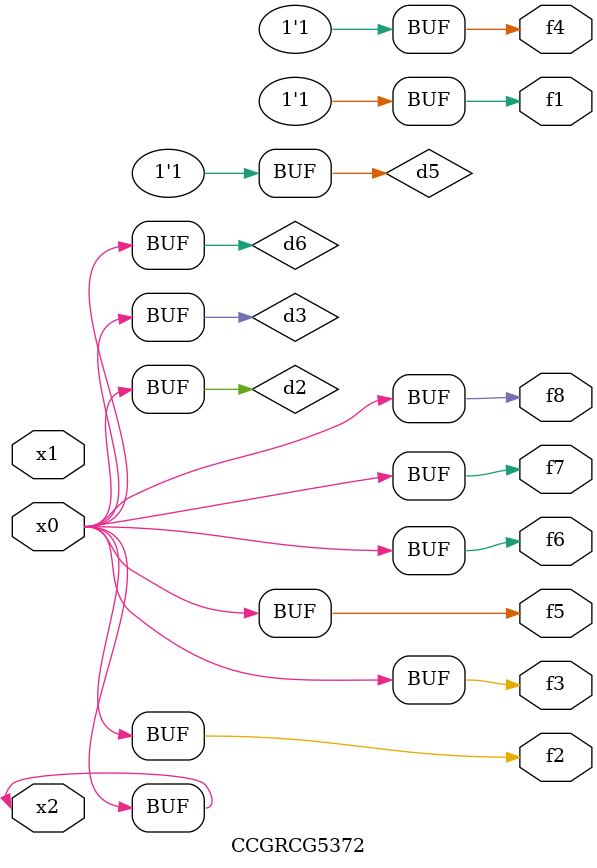
<source format=v>
module CCGRCG5372(
	input x0, x1, x2,
	output f1, f2, f3, f4, f5, f6, f7, f8
);

	wire d1, d2, d3, d4, d5, d6;

	xnor (d1, x2);
	buf (d2, x0, x2);
	and (d3, x0);
	xnor (d4, x1, x2);
	nand (d5, d1, d3);
	buf (d6, d2, d3);
	assign f1 = d5;
	assign f2 = d6;
	assign f3 = d6;
	assign f4 = d5;
	assign f5 = d6;
	assign f6 = d6;
	assign f7 = d6;
	assign f8 = d6;
endmodule

</source>
